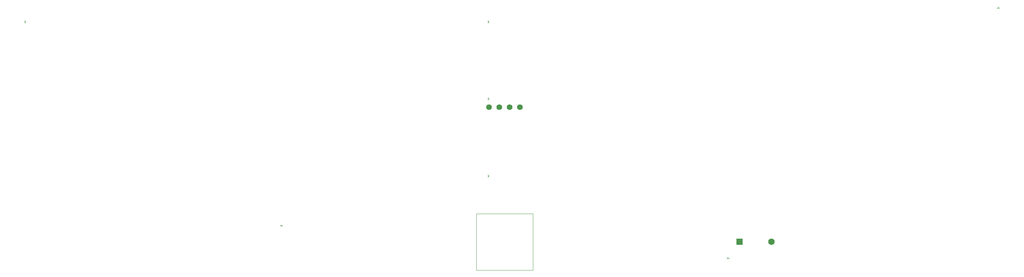
<source format=gbr>
%TF.GenerationSoftware,KiCad,Pcbnew,(6.0.11)*%
%TF.CreationDate,2023-03-24T14:41:53+01:00*%
%TF.ProjectId,alpha-curISO_routingv6,616c7068-612d-4637-9572-49534f5f726f,rev?*%
%TF.SameCoordinates,Original*%
%TF.FileFunction,Legend,Top*%
%TF.FilePolarity,Positive*%
%FSLAX46Y46*%
G04 Gerber Fmt 4.6, Leading zero omitted, Abs format (unit mm)*
G04 Created by KiCad (PCBNEW (6.0.11)) date 2023-03-24 14:41:53*
%MOMM*%
%LPD*%
G01*
G04 APERTURE LIST*
%ADD10C,0.120000*%
%ADD11C,1.397000*%
%ADD12R,1.600000X1.600000*%
%ADD13C,1.600000*%
G04 APERTURE END LIST*
D10*
%TO.C,SW_rotary3*%
X143837500Y-66237500D02*
X143537500Y-66537500D01*
X143537500Y-65937500D02*
X143837500Y-66237500D01*
X143537500Y-66537500D02*
X143537500Y-65937500D01*
%TO.C,SW_rotary2*%
X269137500Y-62837500D02*
X269437500Y-62537500D01*
X269437500Y-62537500D02*
X269737500Y-62837500D01*
X269737500Y-62837500D02*
X269137500Y-62837500D01*
%TO.C,SW_rotary6*%
X202462500Y-124750000D02*
X202762500Y-124450000D01*
X203062500Y-124750000D02*
X202462500Y-124750000D01*
X202762500Y-124450000D02*
X203062500Y-124750000D01*
%TO.C,SW44(4)1*%
X140637500Y-113650000D02*
X154637500Y-113650000D01*
X154637500Y-113650000D02*
X154637500Y-127650000D01*
X140637500Y-113650000D02*
X140637500Y-127650000D01*
X154637500Y-127650000D02*
X140637500Y-127650000D01*
%TO.C,SW_rotary5*%
X92812500Y-116550000D02*
X92512500Y-116850000D01*
X92212500Y-116550000D02*
X92812500Y-116550000D01*
X92512500Y-116850000D02*
X92212500Y-116550000D01*
%TO.C,SW_rotary1*%
X29237500Y-66537500D02*
X29237500Y-65937500D01*
X29237500Y-65937500D02*
X29537500Y-66237500D01*
X29537500Y-66237500D02*
X29237500Y-66537500D01*
%TO.C,SW_rotary4*%
X143537500Y-84987500D02*
X143837500Y-85287500D01*
X143837500Y-85287500D02*
X143537500Y-85587500D01*
X143537500Y-85587500D02*
X143537500Y-84987500D01*
%TO.C,SW_rotary7*%
X143837500Y-104320487D02*
X143537500Y-104620487D01*
X143537500Y-104620487D02*
X143537500Y-104020487D01*
X143537500Y-104020487D02*
X143837500Y-104320487D01*
%TD*%
D11*
%TO.C,OL1*%
X143827500Y-87312500D03*
X146367500Y-87312500D03*
X148907500Y-87312500D03*
X151447500Y-87312500D03*
%TD*%
D12*
%TO.C,R8*%
X205650000Y-120650000D03*
D13*
X213450000Y-120650000D03*
%TD*%
M02*

</source>
